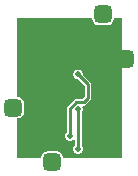
<source format=gbl>
G04*
G04 #@! TF.GenerationSoftware,Altium Limited,Altium Designer,23.10.1 (27)*
G04*
G04 Layer_Physical_Order=2*
G04 Layer_Color=16711680*
%FSLAX25Y25*%
%MOIN*%
G70*
G04*
G04 #@! TF.SameCoordinates,E2D8A25C-67B8-4452-94EE-BD48DEAA500E*
G04*
G04*
G04 #@! TF.FilePolarity,Positive*
G04*
G01*
G75*
%ADD29C,0.01000*%
G04:AMPARAMS|DCode=32|XSize=59.06mil|YSize=59.06mil|CornerRadius=14.76mil|HoleSize=0mil|Usage=FLASHONLY|Rotation=90.000|XOffset=0mil|YOffset=0mil|HoleType=Round|Shape=RoundedRectangle|*
%AMROUNDEDRECTD32*
21,1,0.05906,0.02953,0,0,90.0*
21,1,0.02953,0.05906,0,0,90.0*
1,1,0.02953,0.01476,0.01476*
1,1,0.02953,0.01476,-0.01476*
1,1,0.02953,-0.01476,-0.01476*
1,1,0.02953,-0.01476,0.01476*
%
%ADD32ROUNDEDRECTD32*%
G04:AMPARAMS|DCode=33|XSize=59.06mil|YSize=59.06mil|CornerRadius=14.76mil|HoleSize=0mil|Usage=FLASHONLY|Rotation=0.000|XOffset=0mil|YOffset=0mil|HoleType=Round|Shape=RoundedRectangle|*
%AMROUNDEDRECTD33*
21,1,0.05906,0.02953,0,0,0.0*
21,1,0.02953,0.05906,0,0,0.0*
1,1,0.02953,0.01476,-0.01476*
1,1,0.02953,-0.01476,-0.01476*
1,1,0.02953,-0.01476,0.01476*
1,1,0.02953,0.01476,0.01476*
%
%ADD33ROUNDEDRECTD33*%
%ADD34C,0.02000*%
G36*
X36197Y1204D02*
X16586D01*
Y1476D01*
X16424Y2286D01*
X15966Y2973D01*
X15279Y3432D01*
X14469Y3593D01*
X11516D01*
X10706Y3432D01*
X10019Y2973D01*
X9560Y2286D01*
X9399Y1476D01*
Y1204D01*
X1204D01*
Y14517D01*
X1476D01*
X2286Y14678D01*
X2973Y15137D01*
X3432Y15824D01*
X3593Y16634D01*
Y19587D01*
X3432Y20397D01*
X2973Y21084D01*
X2286Y21542D01*
X1476Y21704D01*
X1204D01*
Y48008D01*
X26328D01*
Y47736D01*
X26489Y46926D01*
X26948Y46239D01*
X27635Y45780D01*
X28445Y45619D01*
X31398D01*
X32208Y45780D01*
X32895Y46239D01*
X33353Y46926D01*
X33515Y47736D01*
Y48008D01*
X36197D01*
Y1204D01*
D02*
G37*
%LPC*%
G36*
X21972Y30734D02*
X21335D01*
X20747Y30490D01*
X20297Y30040D01*
X20054Y29452D01*
Y28816D01*
X20297Y28227D01*
X20747Y27777D01*
X21335Y27534D01*
X21667D01*
X23813Y25388D01*
Y21891D01*
X22965Y21043D01*
X21085D01*
X20656Y20957D01*
X20292Y20714D01*
X20292Y20714D01*
X18105Y18527D01*
X17862Y18163D01*
X17776Y17734D01*
X17776Y17733D01*
Y9803D01*
X17541Y9568D01*
X17298Y8980D01*
Y8343D01*
X17541Y7755D01*
X17991Y7305D01*
X18579Y7061D01*
X19216D01*
X19804Y7305D01*
X20032Y7533D01*
X20532Y7326D01*
Y5472D01*
X20297Y5237D01*
X20053Y4649D01*
Y4012D01*
X20297Y3424D01*
X20747Y2974D01*
X21335Y2731D01*
X21972D01*
X22560Y2974D01*
X23010Y3424D01*
X23254Y4012D01*
Y4649D01*
X23010Y5237D01*
X22775Y5472D01*
Y16378D01*
X23010Y16613D01*
X23254Y17201D01*
Y17838D01*
X23062Y18300D01*
X23290Y18800D01*
X23430D01*
X23430Y18800D01*
X23859Y18885D01*
X24223Y19128D01*
X25728Y20633D01*
X25728Y20633D01*
X25971Y20997D01*
X26056Y21426D01*
X26056Y21426D01*
Y25853D01*
X25971Y26282D01*
X25728Y26646D01*
X25728Y26646D01*
X23254Y29120D01*
Y29452D01*
X23010Y30040D01*
X22560Y30490D01*
X21972Y30734D01*
D02*
G37*
%LPD*%
D29*
X23430Y19921D02*
X24935Y21426D01*
Y25853D01*
X21654Y29134D02*
X24935Y25853D01*
X21085Y19921D02*
X23430D01*
X18898Y8661D02*
Y17734D01*
X21085Y19921D01*
X21654Y4331D02*
Y17520D01*
X21654Y17520D01*
X21654Y4331D02*
X21654Y4331D01*
D32*
X37402Y34252D02*
D03*
X12992Y0D02*
D03*
D33*
X0Y18110D02*
D03*
X29921Y49213D02*
D03*
D34*
X21654Y4331D02*
D03*
X22835Y22835D02*
D03*
X19853Y22882D02*
D03*
X18898Y8661D02*
D03*
X31890Y30315D02*
D03*
X29528D02*
D03*
X32087Y14173D02*
D03*
X35039D02*
D03*
X12992Y28346D02*
D03*
X21654Y17520D02*
D03*
X27756Y19488D02*
D03*
X15945Y28346D02*
D03*
X21654Y29134D02*
D03*
X17323Y20276D02*
D03*
X27559Y13150D02*
D03*
M02*

</source>
